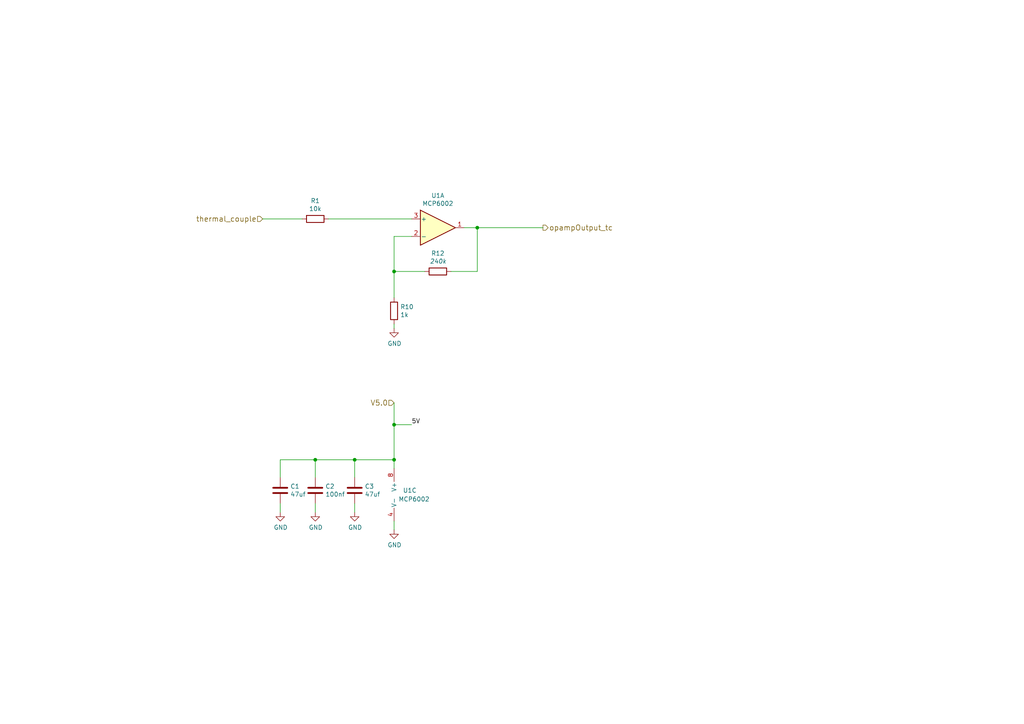
<source format=kicad_sch>
(kicad_sch (version 20211123) (generator eeschema)
  (paper "A4")
  (lib_symbols
    (symbol "Amplifier_Operational:MCP6002-xSN" (pin_names (offset 0.127))
      (property "Reference" "U" (at 0 5.08 0))
      (property "Value" "MCP6002-xSN" (at 0 -5.08 0))
      (symbol "MCP6002-xSN_1_1"
        (polyline (pts (xy -5.08 5.08) (xy 5.08 0) (xy -5.08 -5.08) (xy -5.08 5.08)) (stroke (width 0.254)) (fill (type background)))
        (pin output line (at 7.62 0 180) (length 2.54) (name "~") (number "1"))
        (pin input line (at -7.62 -2.54 0) (length 2.54) (name "-") (number "2"))
        (pin input line (at -7.62 2.54 0) (length 2.54) (name "+") (number "3"))
      )
      (symbol "MCP6002-xSN_2_1"
        (polyline (pts (xy -5.08 5.08) (xy 5.08 0) (xy -5.08 -5.08) (xy -5.08 5.08)) (stroke (width 0.254)) (fill (type background)))
        (pin input line (at -7.62 2.54 0) (length 2.54) (name "+") (number "5"))
        (pin input line (at -7.62 -2.54 0) (length 2.54) (name "-") (number "6"))
        (pin output line (at 7.62 0 180) (length 2.54) (name "~") (number "7"))
      )
      (symbol "MCP6002-xSN_3_1"
        (pin power_in line (at -2.54 -7.62 90) (length 3.81) (name "V-") (number "4"))
        (pin power_in line (at -2.54 7.62 270) (length 3.81) (name "V+") (number "8"))
      )
    )
    (symbol "Device:C" (pin_numbers hide) (pin_names (offset 0.254))
      (property "Reference" "C" (at 0.635 2.54 0))
      (property "Value" "C" (at 0.635 -2.54 0))
      (symbol "C_0_1"
        (polyline (pts (xy -2.032 -0.762) (xy 2.032 -0.762)) (stroke (width 0.508)))
        (polyline (pts (xy -2.032 0.762) (xy 2.032 0.762)) (stroke (width 0.508)))
      )
      (symbol "C_1_1"
        (pin passive line (at 0 3.81 270) (length 2.794) (name "~") (number "1"))
        (pin passive line (at 0 -3.81 90) (length 2.794) (name "~") (number "2"))
      )
    )
    (symbol "Device:R" (pin_numbers hide) (pin_names (offset 0))
      (property "Reference" "R" (at 2.032 0 90))
      (property "Value" "R" (at 0 0 90))
      (symbol "R_0_1"
        (rectangle (start -1.016 -2.54) (end 1.016 2.54) (stroke (width 0.254)))
      )
      (symbol "R_1_1"
        (pin passive line (at 0 3.81 270) (length 1.27) (name "~") (number "1"))
        (pin passive line (at 0 -3.81 90) (length 1.27) (name "~") (number "2"))
      )
    )
    (symbol "power:GND" (power) (pin_names (offset 0))
      (property "Value" "GND" (at 0 -3.81 0))
      (symbol "GND_0_1"
        (polyline (pts (xy 0 0) (xy 0 -1.27) (xy 1.27 -1.27) (xy 0 -2.54) (xy -1.27 -1.27) (xy 0 -1.27)))
      )
      (symbol "GND_1_1"
        (pin power_in line (at 0 0 270) (length 0) hide (name "GND") (number "1"))
      )
    )
  )
  (junction (at 102.87 133.35))
  (junction (at 114.3 123.19))
  (junction (at 114.3 133.35))
  (junction (at 138.43 66.04))
  (junction (at 91.44 133.35))
  (junction (at 114.3 78.74))
  (wire (pts (xy 138.43 78.74) (xy 138.43 66.04)))
  (wire (pts (xy 95.25 63.5) (xy 119.38 63.5)))
  (wire (pts (xy 138.43 66.04) (xy 134.62 66.04)))
  (wire (pts (xy 119.38 123.19) (xy 114.3 123.19)))
  (wire (pts (xy 91.44 138.43) (xy 91.44 133.35)))
  (wire (pts (xy 130.81 78.74) (xy 138.43 78.74)))
  (wire (pts (xy 102.87 138.43) (xy 102.87 133.35)))
  (wire (pts (xy 81.28 148.59) (xy 81.28 146.05)))
  (wire (pts (xy 81.28 133.35) (xy 91.44 133.35)))
  (wire (pts (xy 91.44 146.05) (xy 91.44 148.59)))
  (wire (pts (xy 114.3 133.35) (xy 114.3 135.89)))
  (wire (pts (xy 114.3 153.67) (xy 114.3 151.13)))
  (wire (pts (xy 114.3 123.19) (xy 114.3 133.35)))
  (wire (pts (xy 102.87 148.59) (xy 102.87 146.05)))
  (wire (pts (xy 81.28 138.43) (xy 81.28 133.35)))
  (wire (pts (xy 91.44 133.35) (xy 102.87 133.35)))
  (wire (pts (xy 76.2 63.5) (xy 87.63 63.5)))
  (wire (pts (xy 114.3 95.25) (xy 114.3 93.98)))
  (wire (pts (xy 102.87 133.35) (xy 114.3 133.35)))
  (wire (pts (xy 114.3 78.74) (xy 114.3 68.58)))
  (wire (pts (xy 123.19 78.74) (xy 114.3 78.74)))
  (wire (pts (xy 114.3 86.36) (xy 114.3 78.74)))
  (wire (pts (xy 157.48 66.04) (xy 138.43 66.04)))
  (wire (pts (xy 114.3 116.84) (xy 114.3 123.19)))
  (wire (pts (xy 114.3 68.58) (xy 119.38 68.58)))
  (label "5V" (at 119.38 123.19 0))
  (hierarchical_label "opampOutput_tc" (shape output) (at 157.48 66.04 0) (effects (font (size 1.524 1.524))))
  (hierarchical_label "V5.0" (shape input) (at 114.3 116.84 180) (effects (font (size 1.524 1.524))))
  (hierarchical_label "thermal_couple" (shape input) (at 76.2 63.5 180) (effects (font (size 1.524 1.524))))
  (symbol (lib_id "Amplifier_Operational:MCP6002-xSN") (at 127 66.04 0) (unit 1)
    (property "Reference" "U1" (at 127 56.7182 0))
    (property "Value" "MCP6002" (at 127 59.0296 0))
    (property "Footprint" "myFootPrintLibs:SO-8_3.9x4.9mm_P1.27mm" (effects hide))
    (property "Datasheet" "http://ww1.microchip.com/downloads/en/DeviceDoc/21733j.pdf" (effects hide))
  )
  (symbol (lib_id "Device:R") (at 114.3 90.17 0) (unit 1)
    (property "Reference" "R10" (at 116.078 89.0016 0) (effects (justify left)))
    (property "Value" "1k" (at 116.078 91.313 0) (effects (justify left)))
    (property "Footprint" "Resistor_SMD:R_1206_3216Metric_Pad1.30x1.75mm_HandSolder" (effects hide))
  )
  (symbol (lib_id "power:GND") (at 114.3 95.25 0) (unit 1)
    (property "Reference" "#PWR04" (effects hide))
    (property "Value" "GND" (at 114.427 99.6442 0))
  )
  (symbol (lib_id "Device:R") (at 127 78.74 270) (unit 1)
    (property "Reference" "R12" (at 127 73.4822 90))
    (property "Value" "240k" (at 127 75.7936 90) (effects (font italic)))
    (property "Footprint" "myFootPrintLibs:R_C_0805_2012Metric_Pad1.20x1.50mm_HandSolder" (effects hide))
  )
  (symbol (lib_id "Amplifier_Operational:MCP6002-xSN") (at 116.84 143.51 0) (unit 3)
    (property "Reference" "U1" (at 116.84 142.24 0) (effects (justify left)))
    (property "Value" "MCP6002" (at 115.57 144.78 0) (effects (justify left)))
    (property "Footprint" "myFootPrintLibs:SO-8_3.9x4.9mm_P1.27mm" (effects hide))
    (property "Datasheet" "http://ww1.microchip.com/downloads/en/DeviceDoc/21733j.pdf" (effects hide))
  )
  (symbol (lib_id "power:GND") (at 114.3 153.67 0) (unit 1)
    (property "Reference" "#PWR08" (effects hide))
    (property "Value" "GND" (at 114.427 158.0642 0))
  )
  (symbol (lib_id "Device:C") (at 102.87 142.24 0) (unit 1)
    (property "Reference" "C3" (at 105.791 141.0716 0) (effects (justify left)))
    (property "Value" "47uf" (at 105.791 143.383 0) (effects (justify left)))
    (property "Footprint" "myFootPrintLibs:R_C_0805_2012Metric_Pad1.20x1.50mm_HandSolder" (effects hide))
  )
  (symbol (lib_id "Device:C") (at 81.28 142.24 0) (unit 1)
    (property "Reference" "C1" (at 84.201 141.0716 0) (effects (justify left)))
    (property "Value" "47uf" (at 84.201 143.383 0) (effects (justify left)))
    (property "Footprint" "myFootPrintLibs:R_C_0805_2012Metric_Pad1.20x1.50mm_HandSolder" (effects hide))
  )
  (symbol (lib_id "power:GND") (at 102.87 148.59 0) (unit 1)
    (property "Reference" "#PWR07" (effects hide))
    (property "Value" "GND" (at 102.997 152.9842 0))
  )
  (symbol (lib_id "power:GND") (at 81.28 148.59 0) (unit 1)
    (property "Reference" "#PWR05" (effects hide))
    (property "Value" "GND" (at 81.407 152.9842 0))
  )
  (symbol (lib_id "Device:C") (at 91.44 142.24 0) (unit 1)
    (property "Reference" "C2" (at 94.361 141.0716 0) (effects (justify left)))
    (property "Value" "100nf" (at 94.361 143.383 0) (effects (justify left)))
    (property "Footprint" "myFootPrintLibs:R_C_0805_2012Metric_Pad1.20x1.50mm_HandSolder" (effects hide))
  )
  (symbol (lib_id "power:GND") (at 91.44 148.59 0) (unit 1)
    (property "Reference" "#PWR06" (effects hide))
    (property "Value" "GND" (at 91.567 152.9842 0))
  )
  (symbol (lib_id "Device:R") (at 91.44 63.5 270) (unit 1)
    (property "Reference" "R1" (at 91.44 58.2422 90))
    (property "Value" "10k" (at 91.44 60.5536 90))
    (property "Footprint" "myFootPrintLibs:R_C_0805_2012Metric_Pad1.20x1.50mm_HandSolder" (effects hide))
  )
)
</source>
